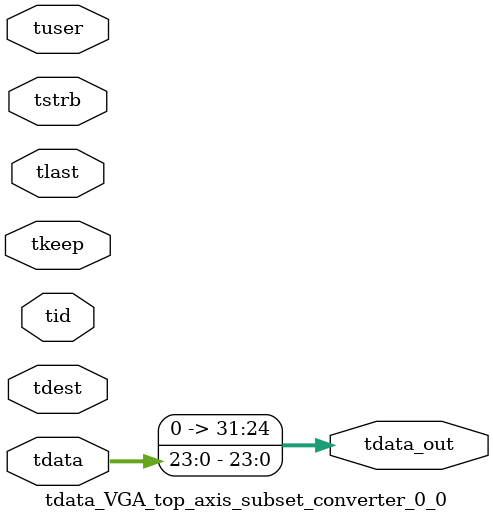
<source format=v>


`timescale 1ps/1ps

module tdata_VGA_top_axis_subset_converter_0_0 #
(
parameter C_S_AXIS_TDATA_WIDTH = 32,
parameter C_S_AXIS_TUSER_WIDTH = 0,
parameter C_S_AXIS_TID_WIDTH   = 0,
parameter C_S_AXIS_TDEST_WIDTH = 0,
parameter C_M_AXIS_TDATA_WIDTH = 32
)
(
input  [(C_S_AXIS_TDATA_WIDTH == 0 ? 1 : C_S_AXIS_TDATA_WIDTH)-1:0     ] tdata,
input  [(C_S_AXIS_TUSER_WIDTH == 0 ? 1 : C_S_AXIS_TUSER_WIDTH)-1:0     ] tuser,
input  [(C_S_AXIS_TID_WIDTH   == 0 ? 1 : C_S_AXIS_TID_WIDTH)-1:0       ] tid,
input  [(C_S_AXIS_TDEST_WIDTH == 0 ? 1 : C_S_AXIS_TDEST_WIDTH)-1:0     ] tdest,
input  [(C_S_AXIS_TDATA_WIDTH/8)-1:0 ] tkeep,
input  [(C_S_AXIS_TDATA_WIDTH/8)-1:0 ] tstrb,
input                                                                    tlast,
output [C_M_AXIS_TDATA_WIDTH-1:0] tdata_out
);

assign tdata_out = {tdata[23:0]};

endmodule


</source>
